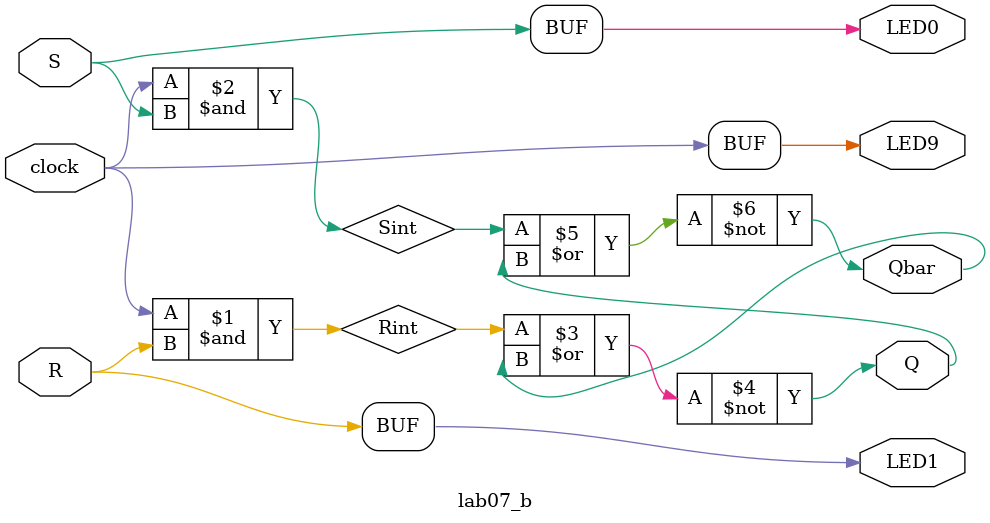
<source format=v>
module lab07_b(S,R,Q,Qbar, LED0,LED1,LED9,clock);
input S,R,clock;
output Q,Qbar,LED0,LED1,LED9;

wire Rint,Sint;

and a1 (Rint,clock,R);  //1st AND gate, input: R,clock, output: Rint
and a2 (Sint,clock,S);  //2nd AND gate, input: S,clock, output: Sint
nor a3 (Q,Rint,Qbar);   //1st NOR gate, input: Rint,Qbar, output: Q
nor a4 (Qbar,Sint,Q);   //2nd NOR gate, input: Sint,Q, output: Qbar

assign LED0 = S;
assign LED1 = R;
assign LED9 = clock;

endmodule

</source>
